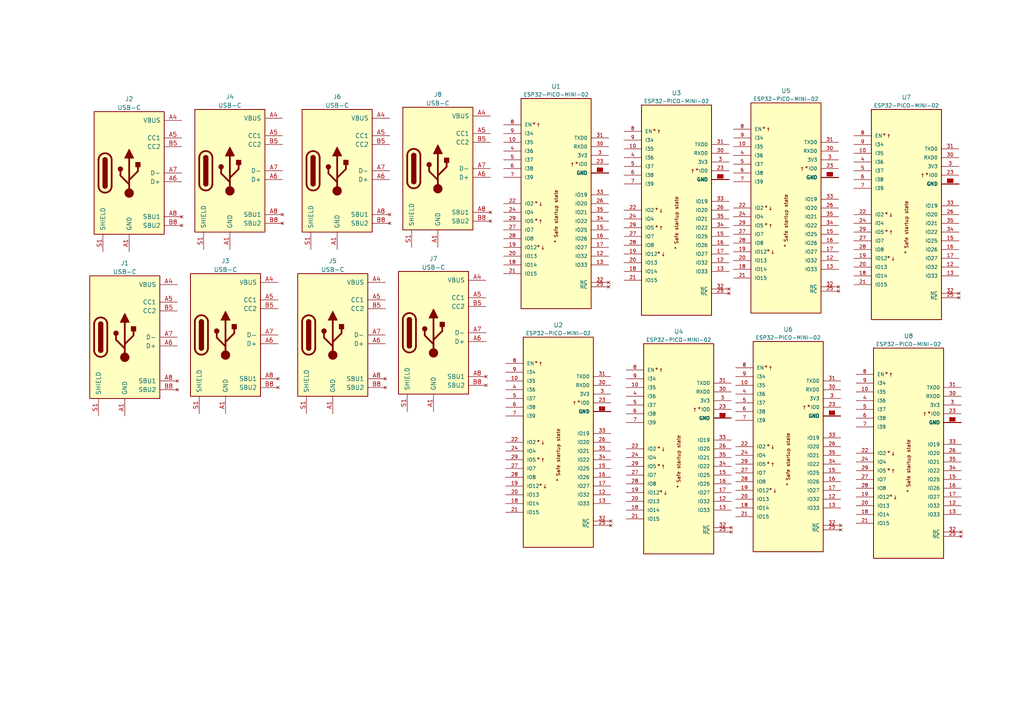
<source format=kicad_sch>
(kicad_sch (version 20211123) (generator eeschema)
  (paper "A4")
  (lib_symbols
    (symbol "RevK:ESP32-PICO-MINI-02" (pin_names (offset 1.016))
      (property "Reference" "U" (at -10.16 -33.02 0))
      (property "Value" "ESP32-PICO-MINI-02" (at 0 27.94 0))
      (symbol "ESP32-PICO-MINI-02_0_0"
        (rectangle (start -10.16 -30.48) (end 10.16 30.48) (stroke (width 0.254)) (fill (type background)))
        (text "* Safe startup state" (at 0 -11.43 900) (effects (font (size 1 1)) (justify left)))
        (text "*↑" (at -6.985 22.86 0) (effects (font (size 1.27 1.27)) (justify left)))
        (text "*↑" (at -6.35 -5.08 0) (effects (font (size 1.27 1.27)) (justify left)))
        (text "*↓" (at -6.35 0 0) (effects (font (size 1.27 1.27)) (justify left)))
        (text "*↓" (at -5.715 -12.7 0) (effects (font (size 1.27 1.27)) (justify left)))
        (text "↑*" (at 3.81 11.43 0) (effects (font (size 1.27 1.27)) (justify left)))
        (pin power_in line (at 15.24 8.89 180) (length 5.08) (name "GND") (number "1"))
        (pin input line (at -15.24 17.78 0) (length 5.08) (name "I35") (number "10"))
        (pin power_in line (at 15.24 8.89 180) (length 5.08) (name "GND") (number "11"))
        (pin bidirectional line (at 15.24 -15.24 180) (length 5.08) (name "IO32") (number "12"))
        (pin bidirectional line (at 15.24 -17.78 180) (length 5.08) (name "IO33") (number "13"))
        (pin power_in line (at 15.24 8.89 180) (length 5.08) (name "GND") (number "14"))
        (pin bidirectional line (at 15.24 -7.62 180) (length 5.08) (name "IO25") (number "15"))
        (pin bidirectional line (at 15.24 -10.16 180) (length 5.08) (name "IO26") (number "16"))
        (pin bidirectional line (at 15.24 -12.7 180) (length 5.08) (name "IO27") (number "17"))
        (pin bidirectional line (at -15.24 -17.78 0) (length 5.08) (name "IO14") (number "18"))
        (pin bidirectional line (at -15.24 -12.7 0) (length 5.08) (name "IO12") (number "19"))
        (pin power_in line (at 15.24 8.89 180) (length 5.08) (name "GND") (number "2"))
        (pin bidirectional line (at -15.24 -15.24 0) (length 5.08) (name "IO13") (number "20"))
        (pin bidirectional line (at -15.24 -20.32 0) (length 5.08) (name "IO15") (number "21"))
        (pin bidirectional line (at -15.24 0 0) (length 5.08) (name "IO2") (number "22"))
        (pin bidirectional line (at 15.24 11.43 180) (length 5.08) (name "IO0") (number "23"))
        (pin bidirectional line (at -15.24 -2.54 0) (length 5.08) (name "IO4") (number "24"))
        (pin no_connect line (at 15.24 -24.13 180) (length 5.08) (name "NC") (number "25"))
        (pin bidirectional line (at 15.24 0 180) (length 5.08) (name "IO20") (number "26"))
        (pin bidirectional line (at -15.24 -7.62 0) (length 5.08) (name "IO7") (number "27"))
        (pin bidirectional line (at -15.24 -10.16 0) (length 5.08) (name "IO8") (number "28"))
        (pin bidirectional line (at -15.24 -5.08 0) (length 5.08) (name "IO5") (number "29"))
        (pin power_in line (at 15.24 13.97 180) (length 5.08) (name "3V3") (number "3"))
        (pin bidirectional line (at 15.24 16.51 180) (length 5.08) (name "RXD0") (number "30"))
        (pin bidirectional line (at 15.24 19.05 180) (length 5.08) (name "TXD0") (number "31"))
        (pin no_connect line (at 15.24 -22.86 180) (length 5.08) (name "NC") (number "32"))
        (pin bidirectional line (at 15.24 2.54 180) (length 5.08) (name "IO19") (number "33"))
        (pin bidirectional line (at 15.24 -5.08 180) (length 5.08) (name "IO22") (number "34"))
        (pin bidirectional line (at 15.24 -2.54 180) (length 5.08) (name "IO21") (number "35"))
        (pin power_in line (at 15.24 8.89 180) (length 5.08) (name "GND") (number "36"))
        (pin power_in line (at 15.24 8.89 180) (length 5.08) (name "GND") (number "37"))
        (pin power_in line (at 15.24 8.89 180) (length 5.08) (name "GND") (number "38"))
        (pin power_in line (at 15.24 8.89 180) (length 5.08) (name "GND") (number "39"))
        (pin input line (at -15.24 15.24 0) (length 5.08) (name "I36") (number "4"))
        (pin power_in line (at 15.24 8.89 180) (length 5.08) (name "GND") (number "40"))
        (pin power_in line (at 15.24 8.89 180) (length 5.08) (name "GND") (number "41"))
        (pin power_in line (at 15.24 8.89 180) (length 5.08) (name "GND") (number "42"))
        (pin power_in line (at 15.24 8.89 180) (length 5.08) (name "GND") (number "43"))
        (pin power_in line (at 15.24 8.89 180) (length 5.08) (name "GND") (number "44"))
        (pin power_in line (at 15.24 8.89 180) (length 5.08) (name "GND") (number "45"))
        (pin power_in line (at 15.24 8.89 180) (length 5.08) (name "GND") (number "46"))
        (pin power_in line (at 15.24 8.89 180) (length 5.08) (name "GND") (number "47"))
        (pin power_in line (at 15.24 8.89 180) (length 5.08) (name "GND") (number "48"))
        (pin power_in line (at 15.24 8.89 180) (length 5.08) (name "GND") (number "49"))
        (pin input line (at -15.24 12.7 0) (length 5.08) (name "I37") (number "5"))
        (pin power_in line (at 15.24 8.89 180) (length 5.08) (name "GND") (number "50"))
        (pin power_in line (at 15.24 8.89 180) (length 5.08) (name "GND") (number "51"))
        (pin power_in line (at 15.24 8.89 180) (length 5.08) (name "GND") (number "52"))
        (pin power_in line (at 15.24 8.89 180) (length 5.08) (name "GND") (number "53"))
        (pin input line (at -15.24 10.16 0) (length 5.08) (name "I38") (number "6"))
        (pin input line (at -15.24 7.62 0) (length 5.08) (name "I39") (number "7"))
        (pin input line (at -15.24 22.86 0) (length 5.08) (name "EN") (number "8"))
        (pin input line (at -15.24 20.32 0) (length 5.08) (name "I34") (number "9"))
      )
    )
    (symbol "RevK:USB-C" (pin_names (offset 1.016))
      (property "Reference" "J" (at -10.16 19.05 0))
      (property "Value" "USB-C" (at -7.62 15.24 0))
      (symbol "USB-C_0_1"
        (rectangle (start -10.16 17.78) (end 10.16 -17.78) (stroke (width 0.254)) (fill (type background)))
        (arc (start -8.89 -3.81) (mid -6.985 -5.715) (end -5.08 -3.81) (stroke (width 0.508)))
        (arc (start -7.62 -3.81) (mid -6.985 -4.445) (end -6.35 -3.81) (stroke (width 0.254)))
        (arc (start -7.62 -3.81) (mid -6.985 -4.445) (end -6.35 -3.81) (stroke (width 0.254)) (fill (type outline)))
        (rectangle (start -7.62 -3.81) (end -6.35 3.81) (stroke (width 0.254)) (fill (type outline)))
        (arc (start -6.35 3.81) (mid -6.985 4.445) (end -7.62 3.81) (stroke (width 0.254)))
        (arc (start -6.35 3.81) (mid -6.985 4.445) (end -7.62 3.81) (stroke (width 0.254)) (fill (type outline)))
        (arc (start -5.08 3.81) (mid -6.985 5.715) (end -8.89 3.81) (stroke (width 0.508)))
        (circle (center -2.54 1.143) (radius 0.635) (stroke (width 0.254)) (fill (type outline)))
        (circle (center 0 -5.842) (radius 1.27) (fill (type outline)))
        (polyline (pts (xy -8.89 -3.81) (xy -8.89 3.81)) (stroke (width 0.508)))
        (polyline (pts (xy -5.08 3.81) (xy -5.08 -3.81)) (stroke (width 0.508)))
        (polyline (pts (xy 0 -5.842) (xy 0 4.318)) (stroke (width 0.508)))
        (polyline (pts (xy 0 -3.302) (xy -2.54 -0.762) (xy -2.54 0.508)) (stroke (width 0.508)))
        (polyline (pts (xy 0 -2.032) (xy 2.54 0.508) (xy 2.54 1.778)) (stroke (width 0.508)))
        (polyline (pts (xy -1.27 4.318) (xy 0 6.858) (xy 1.27 4.318) (xy -1.27 4.318)) (stroke (width 0.254)) (fill (type outline)))
        (rectangle (start 1.905 1.778) (end 3.175 3.048) (stroke (width 0.254)) (fill (type outline)))
      )
      (symbol "USB-C_1_1"
        (pin power_out line (at 0 -22.86 90) (length 5.08) (name "GND") (number "A1"))
        (pin passive line (at 0 -22.86 90) (length 5.08) hide (name "GND") (number "A12"))
        (pin power_out line (at 15.24 15.24 180) (length 5.08) (name "VBUS") (number "A4"))
        (pin bidirectional line (at 15.24 10.16 180) (length 5.08) (name "CC1") (number "A5"))
        (pin bidirectional line (at 15.24 -2.54 180) (length 5.08) (name "D+") (number "A6"))
        (pin bidirectional line (at 15.24 0 180) (length 5.08) (name "D-") (number "A7"))
        (pin no_connect line (at 15.24 -12.7 180) (length 5.08) (name "SBU1") (number "A8"))
        (pin passive line (at 15.24 15.24 180) (length 5.08) hide (name "VBUS") (number "A9"))
        (pin passive line (at 0 -22.86 90) (length 5.08) hide (name "GND") (number "B1"))
        (pin passive line (at 0 -22.86 90) (length 5.08) hide (name "GND") (number "B12"))
        (pin passive line (at 15.24 15.24 180) (length 5.08) hide (name "VBUS") (number "B4"))
        (pin bidirectional line (at 15.24 7.62 180) (length 5.08) (name "CC2") (number "B5"))
        (pin bidirectional line (at 15.24 -2.54 180) (length 5.08) hide (name "D+") (number "B6"))
        (pin bidirectional line (at 15.24 0 180) (length 5.08) hide (name "D-") (number "B7"))
        (pin no_connect line (at 15.24 -15.24 180) (length 5.08) (name "SBU2") (number "B8"))
        (pin passive line (at 15.24 15.24 180) (length 5.08) hide (name "VBUS") (number "B9"))
        (pin passive line (at -7.62 -22.86 90) (length 5.08) (name "SHIELD") (number "S1"))
      )
    )
  )
  (symbol (lib_id "RevK:ESP32-PICO-MINI-02") (at 262.89 62.23 0) (unit 1)
    (property "Reference" "U7" (at 262.89 28.2398 0))
    (property "Value" "ESP32-PICO-MINI-02" (at 262.89 30.6239 0) (effects (font (size 1.1 1.1))))
    (property "Footprint" "RevK:ESP32-PICO-MINI-02" (effects hide))
    (property "MANUFACTURER" "Espressif" (effects hide))
    (property "MAXIMUM_PACKAGE_HEIGHT" "2.55mm" (effects hide))
    (property "PARTREV" "v1.0" (effects hide))
    (property "STANDARD" "Manufacturer Recommendations" (effects hide))
  )
  (symbol (lib_id "RevK:ESP32-PICO-MINI-02") (at 196.215 60.96 0) (unit 1)
    (property "Reference" "U3" (at 196.215 26.9698 0))
    (property "Value" "ESP32-PICO-MINI-02" (at 196.215 29.3539 0) (effects (font (size 1.1 1.1))))
    (property "Footprint" "RevK:ESP32-PICO-MINI-02" (effects hide))
    (property "MANUFACTURER" "Espressif" (effects hide))
    (property "MAXIMUM_PACKAGE_HEIGHT" "2.55mm" (effects hide))
    (property "PARTREV" "v1.0" (effects hide))
    (property "STANDARD" "Manufacturer Recommendations" (effects hide))
  )
  (symbol (lib_id "RevK:ESP32-PICO-MINI-02") (at 196.85 130.175 0) (unit 1)
    (property "Reference" "U4" (at 196.85 96.1848 0))
    (property "Value" "ESP32-PICO-MINI-02" (at 196.85 98.5689 0) (effects (font (size 1.1 1.1))))
    (property "Footprint" "RevK:ESP32-PICO-MINI-02" (effects hide))
    (property "MANUFACTURER" "Espressif" (effects hide))
    (property "MAXIMUM_PACKAGE_HEIGHT" "2.55mm" (effects hide))
    (property "PARTREV" "v1.0" (effects hide))
    (property "STANDARD" "Manufacturer Recommendations" (effects hide))
  )
  (symbol (lib_id "RevK:USB-C") (at 37.465 50.165 0) (unit 1)
    (property "Reference" "J2" (at 37.465 28.6852 0))
    (property "Value" "USB-C" (at 37.465 31.2221 0))
    (property "Footprint" "RevK:USC16-TR-Round" (effects hide))
  )
  (symbol (lib_id "RevK:ESP32-PICO-MINI-02") (at 228.6 129.54 0) (unit 1)
    (property "Reference" "U6" (at 228.6 95.5498 0))
    (property "Value" "ESP32-PICO-MINI-02" (at 228.6 97.9339 0) (effects (font (size 1.1 1.1))))
    (property "Footprint" "RevK:ESP32-PICO-MINI-02" (effects hide))
    (property "MANUFACTURER" "Espressif" (effects hide))
    (property "MAXIMUM_PACKAGE_HEIGHT" "2.55mm" (effects hide))
    (property "PARTREV" "v1.0" (effects hide))
    (property "STANDARD" "Manufacturer Recommendations" (effects hide))
  )
  (symbol (lib_id "RevK:USB-C") (at 36.195 97.79 0) (unit 1)
    (property "Reference" "J1" (at 36.195 76.3102 0))
    (property "Value" "USB-C" (at 36.195 78.8471 0))
    (property "Footprint" "RevK:USC16-TR-Round" (effects hide))
  )
  (symbol (lib_id "RevK:USB-C") (at 97.79 49.53 0) (unit 1)
    (property "Reference" "J6" (at 97.79 28.0502 0))
    (property "Value" "USB-C" (at 97.79 30.5871 0))
    (property "Footprint" "RevK:USC16-TR-Round" (effects hide))
  )
  (symbol (lib_id "RevK:USB-C") (at 125.73 96.52 0) (unit 1)
    (property "Reference" "J7" (at 125.73 75.0402 0))
    (property "Value" "USB-C" (at 125.73 77.5771 0))
    (property "Footprint" "RevK:USC16-TR-Round" (effects hide))
  )
  (symbol (lib_id "RevK:ESP32-PICO-MINI-02") (at 161.925 128.27 0) (unit 1)
    (property "Reference" "U2" (at 161.925 94.2798 0))
    (property "Value" "ESP32-PICO-MINI-02" (at 161.925 96.6639 0) (effects (font (size 1.1 1.1))))
    (property "Footprint" "RevK:ESP32-PICO-MINI-02" (effects hide))
    (property "MANUFACTURER" "Espressif" (effects hide))
    (property "MAXIMUM_PACKAGE_HEIGHT" "2.55mm" (effects hide))
    (property "PARTREV" "v1.0" (effects hide))
    (property "STANDARD" "Manufacturer Recommendations" (effects hide))
  )
  (symbol (lib_id "RevK:USB-C") (at 127 48.895 0) (unit 1)
    (property "Reference" "J8" (at 127 27.4152 0))
    (property "Value" "USB-C" (at 127 29.9521 0))
    (property "Footprint" "RevK:USC16-TR-Round" (effects hide))
  )
  (symbol (lib_id "RevK:ESP32-PICO-MINI-02") (at 161.29 59.055 0) (unit 1)
    (property "Reference" "U1" (at 161.29 25.0648 0))
    (property "Value" "ESP32-PICO-MINI-02" (at 161.29 27.4489 0) (effects (font (size 1.1 1.1))))
    (property "Footprint" "RevK:ESP32-PICO-MINI-02" (effects hide))
    (property "MANUFACTURER" "Espressif" (effects hide))
    (property "MAXIMUM_PACKAGE_HEIGHT" "2.55mm" (effects hide))
    (property "PARTREV" "v1.0" (effects hide))
    (property "STANDARD" "Manufacturer Recommendations" (effects hide))
  )
  (symbol (lib_id "RevK:USB-C") (at 66.675 49.53 0) (unit 1)
    (property "Reference" "J4" (at 66.675 28.0502 0))
    (property "Value" "USB-C" (at 66.675 30.5871 0))
    (property "Footprint" "RevK:USC16-TR-Round" (effects hide))
  )
  (symbol (lib_id "RevK:USB-C") (at 96.52 97.155 0) (unit 1)
    (property "Reference" "J5" (at 96.52 75.6752 0))
    (property "Value" "USB-C" (at 96.52 78.2121 0))
    (property "Footprint" "RevK:USC16-TR-Round" (effects hide))
  )
  (symbol (lib_id "RevK:ESP32-PICO-MINI-02") (at 263.525 131.445 0) (unit 1)
    (property "Reference" "U8" (at 263.525 97.4548 0))
    (property "Value" "ESP32-PICO-MINI-02" (at 263.525 99.8389 0) (effects (font (size 1.1 1.1))))
    (property "Footprint" "RevK:ESP32-PICO-MINI-02" (effects hide))
    (property "MANUFACTURER" "Espressif" (effects hide))
    (property "MAXIMUM_PACKAGE_HEIGHT" "2.55mm" (effects hide))
    (property "PARTREV" "v1.0" (effects hide))
    (property "STANDARD" "Manufacturer Recommendations" (effects hide))
  )
  (symbol (lib_id "RevK:USB-C") (at 65.405 97.155 0) (unit 1)
    (property "Reference" "J3" (at 65.405 75.6752 0))
    (property "Value" "USB-C" (at 65.405 78.2121 0))
    (property "Footprint" "RevK:USC16-TR-Round" (effects hide))
  )
  (symbol (lib_id "RevK:ESP32-PICO-MINI-02") (at 227.965 60.325 0) (unit 1)
    (property "Reference" "U5" (at 227.965 26.3348 0))
    (property "Value" "ESP32-PICO-MINI-02" (at 227.965 28.7189 0) (effects (font (size 1.1 1.1))))
    (property "Footprint" "RevK:ESP32-PICO-MINI-02" (effects hide))
    (property "MANUFACTURER" "Espressif" (effects hide))
    (property "MAXIMUM_PACKAGE_HEIGHT" "2.55mm" (effects hide))
    (property "PARTREV" "v1.0" (effects hide))
    (property "STANDARD" "Manufacturer Recommendations" (effects hide))
  )
)
</source>
